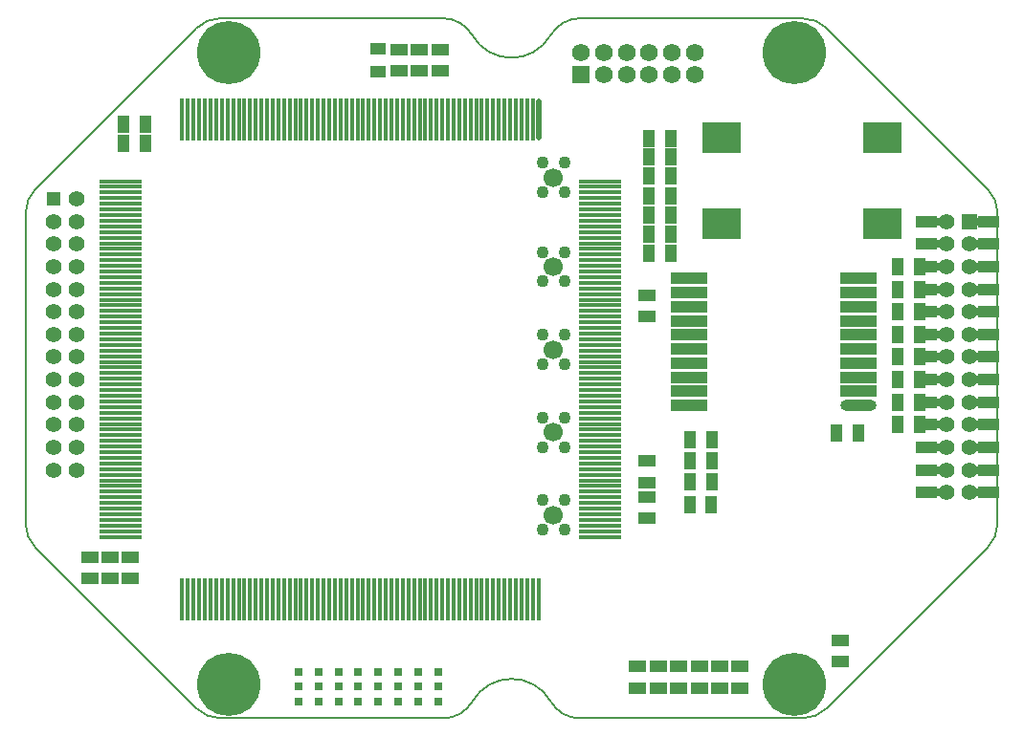
<source format=gts>
G04*
G04 #@! TF.GenerationSoftware,Altium Limited,Altium Designer,23.9.2 (47)*
G04*
G04 Layer_Color=8388736*
%FSAX42Y42*%
%MOMM*%
G71*
G04*
G04 #@! TF.SameCoordinates,ED947BB0-FBEA-436B-BB51-AA8F8EE6EC71*
G04*
G04*
G04 #@! TF.FilePolarity,Negative*
G04*
G01*
G75*
%ADD13C,0.20*%
%ADD18O,0.45X3.70*%
%ADD19R,0.45X3.70*%
%ADD20R,3.70X0.45*%
%ADD21R,1.00X1.50*%
%ADD22R,3.20X1.00*%
%ADD23O,3.20X1.00*%
%ADD24R,1.83X1.02*%
%ADD25R,1.70X0.70*%
%ADD26R,1.50X1.00*%
%ADD27R,1.47X1.09*%
%ADD28R,3.40X2.80*%
%ADD29R,0.80X0.70*%
%ADD30C,1.40*%
%ADD31R,1.30X1.30*%
%ADD32R,1.40X1.40*%
%ADD33C,1.70*%
%ADD34C,1.10*%
%ADD35C,1.57*%
%ADD36R,1.57X1.57*%
%ADD37C,5.60*%
D13*
X004036Y006060D02*
G03*
X004729Y006060I000346J000200D01*
G01*
Y000160D02*
G03*
X004036Y000160I-000346J-000200D01*
G01*
X008595Y001522D02*
G03*
X008683Y001734I-000212J000212D01*
G01*
Y004486D02*
G03*
X008595Y004698I-000300J-000000D01*
G01*
X007171Y006122D02*
G03*
X006959Y006210I-000212J-000212D01*
G01*
Y000010D02*
G03*
X007171Y000098I-000000J000300D01*
G01*
X004989Y006210D02*
G03*
X004729Y006060I000000J-000300D01*
G01*
Y000160D02*
G03*
X004989Y000010I000260J000150D01*
G01*
X004036Y006060D02*
G03*
X003777Y006210I-000260J-000150D01*
G01*
Y000010D02*
G03*
X004036Y000160I000000J000300D01*
G01*
X001807Y006210D02*
G03*
X001595Y006122I000000J-000300D01*
G01*
Y000098D02*
G03*
X001807Y000010I000212J000212D01*
G01*
X000083Y001734D02*
G03*
X000171Y001522I000300J000000D01*
G01*
Y004698D02*
G03*
X000083Y004486I000212J-000212D01*
G01*
X000171Y001522D02*
X001595Y000098D01*
X000171Y004698D02*
X001595Y006122D01*
X007171Y000098D02*
X008595Y001522D01*
X007171Y006122D02*
X008595Y004698D01*
X004989Y006210D02*
X006959D01*
X004989Y000010D02*
X006959D01*
X001807Y006210D02*
X003777D01*
X001807Y000010D02*
X003777D01*
X008683Y001734D02*
Y004486D01*
X000083Y001734D02*
Y004486D01*
D18*
X004620Y005317D02*
D03*
D19*
X004570D02*
D03*
X004520D02*
D03*
X004470D02*
D03*
X004420D02*
D03*
X004370D02*
D03*
X004320D02*
D03*
X004270D02*
D03*
X004220D02*
D03*
X004170D02*
D03*
X004120D02*
D03*
X004070D02*
D03*
X004020D02*
D03*
X003970D02*
D03*
X003920D02*
D03*
X003870D02*
D03*
X003820D02*
D03*
X003770D02*
D03*
X003720D02*
D03*
X003670D02*
D03*
X003620D02*
D03*
X003570D02*
D03*
X003520D02*
D03*
X003470D02*
D03*
X003420D02*
D03*
X003370D02*
D03*
X003320D02*
D03*
X003270D02*
D03*
X003220D02*
D03*
X003170D02*
D03*
X003120D02*
D03*
X003070D02*
D03*
X003020D02*
D03*
X002970D02*
D03*
X002920D02*
D03*
X002870D02*
D03*
X002820D02*
D03*
X002770D02*
D03*
X002720D02*
D03*
X002670D02*
D03*
X002620D02*
D03*
X002570D02*
D03*
X002520D02*
D03*
X002470D02*
D03*
X002420D02*
D03*
X002370D02*
D03*
X002320D02*
D03*
X002270D02*
D03*
X002220D02*
D03*
X002170D02*
D03*
X002120D02*
D03*
X002070D02*
D03*
X002020D02*
D03*
X001970D02*
D03*
X001920D02*
D03*
X001870D02*
D03*
X001820D02*
D03*
X001770D02*
D03*
X001720D02*
D03*
X001670D02*
D03*
X001620D02*
D03*
X001570D02*
D03*
X001520D02*
D03*
X001470D02*
D03*
Y001067D02*
D03*
X001520D02*
D03*
X001570D02*
D03*
X001620D02*
D03*
X001670D02*
D03*
X001720D02*
D03*
X001770D02*
D03*
X001820D02*
D03*
X001870D02*
D03*
X001920D02*
D03*
X001970D02*
D03*
X002020D02*
D03*
X002070D02*
D03*
X002120D02*
D03*
X002170D02*
D03*
X002220D02*
D03*
X002270D02*
D03*
X002320D02*
D03*
X002370D02*
D03*
X002420D02*
D03*
X002470D02*
D03*
X002520D02*
D03*
X002570D02*
D03*
X002620D02*
D03*
X002670D02*
D03*
X002720D02*
D03*
X002770D02*
D03*
X002820D02*
D03*
X002870D02*
D03*
X002920D02*
D03*
X002970D02*
D03*
X003020D02*
D03*
X003070D02*
D03*
X003120D02*
D03*
X003170D02*
D03*
X003220D02*
D03*
X003270D02*
D03*
X003320D02*
D03*
X003370D02*
D03*
X003420D02*
D03*
X003470D02*
D03*
X003520D02*
D03*
X003570D02*
D03*
X003620D02*
D03*
X003670D02*
D03*
X003720D02*
D03*
X003770D02*
D03*
X003820D02*
D03*
X003870D02*
D03*
X003920D02*
D03*
X003970D02*
D03*
X004020D02*
D03*
X004070D02*
D03*
X004120D02*
D03*
X004170D02*
D03*
X004220D02*
D03*
X004270D02*
D03*
X004320D02*
D03*
X004370D02*
D03*
X004420D02*
D03*
X004470D02*
D03*
X004520D02*
D03*
X004570D02*
D03*
X004620D02*
D03*
D20*
X000920Y004767D02*
D03*
Y004717D02*
D03*
Y004667D02*
D03*
Y004617D02*
D03*
Y004567D02*
D03*
Y004517D02*
D03*
Y004467D02*
D03*
Y004417D02*
D03*
Y004367D02*
D03*
Y004317D02*
D03*
Y004267D02*
D03*
Y004217D02*
D03*
Y004167D02*
D03*
Y004117D02*
D03*
Y004067D02*
D03*
Y004017D02*
D03*
Y003967D02*
D03*
Y003917D02*
D03*
Y003867D02*
D03*
Y003817D02*
D03*
Y003767D02*
D03*
Y003717D02*
D03*
Y003667D02*
D03*
Y003617D02*
D03*
Y003567D02*
D03*
Y003517D02*
D03*
Y003467D02*
D03*
Y003417D02*
D03*
Y003367D02*
D03*
Y003317D02*
D03*
Y003267D02*
D03*
Y003217D02*
D03*
Y003167D02*
D03*
Y003117D02*
D03*
Y003067D02*
D03*
Y003017D02*
D03*
Y002967D02*
D03*
Y002917D02*
D03*
Y002867D02*
D03*
Y002817D02*
D03*
Y002767D02*
D03*
Y002717D02*
D03*
Y002667D02*
D03*
Y002617D02*
D03*
Y002567D02*
D03*
Y002517D02*
D03*
Y002467D02*
D03*
Y002417D02*
D03*
Y002367D02*
D03*
Y002317D02*
D03*
Y002267D02*
D03*
Y002217D02*
D03*
Y002167D02*
D03*
Y002117D02*
D03*
Y002067D02*
D03*
Y002017D02*
D03*
Y001967D02*
D03*
Y001917D02*
D03*
Y001867D02*
D03*
Y001817D02*
D03*
Y001767D02*
D03*
Y001717D02*
D03*
Y001667D02*
D03*
Y001617D02*
D03*
X005170D02*
D03*
Y001667D02*
D03*
Y001717D02*
D03*
Y001767D02*
D03*
Y001817D02*
D03*
Y001867D02*
D03*
Y001917D02*
D03*
Y001967D02*
D03*
Y002017D02*
D03*
Y002067D02*
D03*
Y002117D02*
D03*
Y002167D02*
D03*
Y002217D02*
D03*
Y002267D02*
D03*
Y002317D02*
D03*
Y002367D02*
D03*
Y002417D02*
D03*
Y002467D02*
D03*
Y002517D02*
D03*
Y002567D02*
D03*
Y002617D02*
D03*
Y002667D02*
D03*
Y002717D02*
D03*
Y002767D02*
D03*
Y002817D02*
D03*
Y002867D02*
D03*
Y002917D02*
D03*
Y002967D02*
D03*
Y003017D02*
D03*
Y003067D02*
D03*
Y003117D02*
D03*
Y003167D02*
D03*
Y003217D02*
D03*
Y003267D02*
D03*
Y003317D02*
D03*
Y003367D02*
D03*
Y003417D02*
D03*
Y003467D02*
D03*
Y003517D02*
D03*
Y003567D02*
D03*
Y003617D02*
D03*
Y003667D02*
D03*
Y003717D02*
D03*
Y003767D02*
D03*
Y003817D02*
D03*
Y003867D02*
D03*
Y003917D02*
D03*
Y003967D02*
D03*
Y004017D02*
D03*
Y004067D02*
D03*
Y004117D02*
D03*
Y004167D02*
D03*
Y004217D02*
D03*
Y004267D02*
D03*
Y004317D02*
D03*
Y004367D02*
D03*
Y004417D02*
D03*
Y004467D02*
D03*
Y004517D02*
D03*
Y004567D02*
D03*
Y004617D02*
D03*
Y004667D02*
D03*
Y004717D02*
D03*
Y004767D02*
D03*
D21*
X006153Y002479D02*
D03*
X005962D02*
D03*
X006153Y002288D02*
D03*
X005962D02*
D03*
X006153Y002105D02*
D03*
X005962D02*
D03*
X006150Y001900D02*
D03*
X005960D02*
D03*
X007800Y003610D02*
D03*
X007990D02*
D03*
X007450Y002540D02*
D03*
X007260D02*
D03*
X007800Y003410D02*
D03*
X007990D02*
D03*
X007800Y002610D02*
D03*
X007990D02*
D03*
X007990Y003810D02*
D03*
X007800D02*
D03*
X007990Y004010D02*
D03*
X007800D02*
D03*
X007800Y002810D02*
D03*
X007990D02*
D03*
X007800Y003210D02*
D03*
X007990D02*
D03*
Y003010D02*
D03*
X007800D02*
D03*
X005600Y005147D02*
D03*
X005790D02*
D03*
X005599Y004980D02*
D03*
X005790D02*
D03*
X000950Y005100D02*
D03*
X001140D02*
D03*
X000950Y005275D02*
D03*
X001140D02*
D03*
X005790Y004300D02*
D03*
X005600D02*
D03*
X005790Y004470D02*
D03*
X005600D02*
D03*
X005790Y004131D02*
D03*
X005600D02*
D03*
Y004810D02*
D03*
X005790D02*
D03*
Y004640D02*
D03*
X005600D02*
D03*
D22*
X005950Y003280D02*
D03*
Y003905D02*
D03*
Y003780D02*
D03*
Y003155D02*
D03*
X007450Y003780D02*
D03*
Y003405D02*
D03*
Y003155D02*
D03*
X005950Y003655D02*
D03*
Y002780D02*
D03*
Y002905D02*
D03*
Y003030D02*
D03*
Y003405D02*
D03*
X007450Y002905D02*
D03*
Y003030D02*
D03*
Y003280D02*
D03*
Y003530D02*
D03*
Y003655D02*
D03*
X005950Y003530D02*
D03*
X007450Y003905D02*
D03*
D23*
Y002780D02*
D03*
D24*
X008057Y002410D02*
D03*
Y002010D02*
D03*
Y002210D02*
D03*
X008607Y002410D02*
D03*
Y002010D02*
D03*
Y002210D02*
D03*
X008057Y003010D02*
D03*
Y002610D02*
D03*
Y002810D02*
D03*
Y003210D02*
D03*
Y004010D02*
D03*
Y003610D02*
D03*
Y003410D02*
D03*
Y003810D02*
D03*
Y004410D02*
D03*
Y004210D02*
D03*
X008607D02*
D03*
Y003610D02*
D03*
Y003410D02*
D03*
Y003810D02*
D03*
Y004010D02*
D03*
Y003210D02*
D03*
Y003010D02*
D03*
Y002610D02*
D03*
Y002810D02*
D03*
Y004410D02*
D03*
D25*
X008167Y002410D02*
D03*
Y002210D02*
D03*
X008497Y002410D02*
D03*
Y002210D02*
D03*
Y002010D02*
D03*
X008167D02*
D03*
X008168Y004410D02*
D03*
Y004210D02*
D03*
Y004010D02*
D03*
Y003810D02*
D03*
Y003610D02*
D03*
Y003410D02*
D03*
Y003210D02*
D03*
Y003010D02*
D03*
Y002810D02*
D03*
X008497Y004410D02*
D03*
Y004210D02*
D03*
Y004010D02*
D03*
Y003810D02*
D03*
Y003610D02*
D03*
Y003410D02*
D03*
Y003210D02*
D03*
Y003010D02*
D03*
Y002810D02*
D03*
Y002610D02*
D03*
X008168D02*
D03*
D26*
X000650Y001250D02*
D03*
Y001440D02*
D03*
X000830Y001251D02*
D03*
Y001440D02*
D03*
X001010Y001251D02*
D03*
Y001440D02*
D03*
X003385Y005935D02*
D03*
Y005746D02*
D03*
X003751D02*
D03*
Y005935D02*
D03*
X003568Y005746D02*
D03*
Y005935D02*
D03*
X005580Y001970D02*
D03*
Y001780D02*
D03*
X005580Y002100D02*
D03*
Y002290D02*
D03*
X005580Y003760D02*
D03*
Y003570D02*
D03*
X007290Y000510D02*
D03*
Y000700D02*
D03*
X005500Y000470D02*
D03*
Y000280D02*
D03*
X005681Y000470D02*
D03*
Y000280D02*
D03*
X006044Y000470D02*
D03*
Y000280D02*
D03*
X006225Y000470D02*
D03*
Y000280D02*
D03*
X006406D02*
D03*
Y000470D02*
D03*
X005862D02*
D03*
Y000280D02*
D03*
D27*
X003200Y005737D02*
D03*
Y005940D02*
D03*
D28*
X006240Y005150D02*
D03*
Y004388D02*
D03*
X007660Y005152D02*
D03*
Y004390D02*
D03*
D29*
X003732Y000160D02*
D03*
Y000420D02*
D03*
Y000290D02*
D03*
X003556Y000160D02*
D03*
Y000420D02*
D03*
Y000290D02*
D03*
X003380Y000160D02*
D03*
Y000420D02*
D03*
Y000290D02*
D03*
X003204Y000160D02*
D03*
Y000420D02*
D03*
Y000290D02*
D03*
X003028Y000160D02*
D03*
Y000420D02*
D03*
Y000290D02*
D03*
X002852Y000160D02*
D03*
Y000420D02*
D03*
Y000290D02*
D03*
X002676D02*
D03*
Y000420D02*
D03*
Y000160D02*
D03*
X002500D02*
D03*
Y000420D02*
D03*
Y000290D02*
D03*
D30*
X000532Y003610D02*
D03*
X000332D02*
D03*
X000532Y003810D02*
D03*
X000332D02*
D03*
X000532Y004010D02*
D03*
X000332D02*
D03*
X000532Y004210D02*
D03*
X000332D02*
D03*
X000532Y004410D02*
D03*
X000332D02*
D03*
X000532Y004610D02*
D03*
X000332Y003410D02*
D03*
X000532D02*
D03*
X000332Y003210D02*
D03*
X000532D02*
D03*
X000332Y003010D02*
D03*
X000532D02*
D03*
Y002810D02*
D03*
X000332D02*
D03*
X000332Y002610D02*
D03*
X000532D02*
D03*
X000332Y002410D02*
D03*
X000532D02*
D03*
Y002210D02*
D03*
X000332D02*
D03*
X008432Y002010D02*
D03*
X008232D02*
D03*
Y002210D02*
D03*
X008432D02*
D03*
X008232Y002410D02*
D03*
X008432D02*
D03*
X008432Y002610D02*
D03*
X008232D02*
D03*
Y002810D02*
D03*
X008432D02*
D03*
X008232Y003010D02*
D03*
X008432D02*
D03*
X008232Y003210D02*
D03*
X008432D02*
D03*
X008232Y004410D02*
D03*
X008432Y004210D02*
D03*
X008232D02*
D03*
X008432Y004010D02*
D03*
X008232D02*
D03*
X008432Y003810D02*
D03*
X008232D02*
D03*
X008432Y003610D02*
D03*
X008232D02*
D03*
X008432Y003410D02*
D03*
X008232D02*
D03*
D31*
X000332Y004610D02*
D03*
D32*
X008432Y004410D02*
D03*
D33*
X004755Y001810D02*
D03*
Y002543D02*
D03*
Y003277D02*
D03*
Y004010D02*
D03*
Y004800D02*
D03*
D34*
X004655Y001940D02*
D03*
X004855D02*
D03*
Y001680D02*
D03*
X004655D02*
D03*
Y002413D02*
D03*
X004855D02*
D03*
Y002673D02*
D03*
X004655D02*
D03*
Y003407D02*
D03*
X004855D02*
D03*
Y003147D02*
D03*
X004655D02*
D03*
Y003880D02*
D03*
X004855D02*
D03*
Y004140D02*
D03*
X004655D02*
D03*
Y004670D02*
D03*
X004855D02*
D03*
Y004930D02*
D03*
X004655D02*
D03*
D35*
X005800Y005910D02*
D03*
Y005710D02*
D03*
X005600Y005910D02*
D03*
Y005710D02*
D03*
X005400Y005910D02*
D03*
Y005710D02*
D03*
X005200Y005910D02*
D03*
Y005710D02*
D03*
X005000Y005910D02*
D03*
X006000D02*
D03*
Y005710D02*
D03*
D36*
X005000D02*
D03*
D37*
X001882Y005910D02*
D03*
Y000310D02*
D03*
X006882D02*
D03*
Y005910D02*
D03*
M02*

</source>
